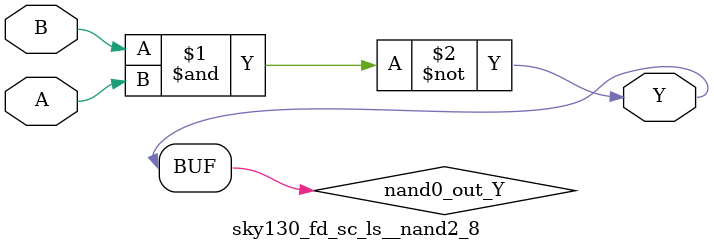
<source format=v>
/*
 * Copyright 2020 The SkyWater PDK Authors
 *
 * Licensed under the Apache License, Version 2.0 (the "License");
 * you may not use this file except in compliance with the License.
 * You may obtain a copy of the License at
 *
 *     https://www.apache.org/licenses/LICENSE-2.0
 *
 * Unless required by applicable law or agreed to in writing, software
 * distributed under the License is distributed on an "AS IS" BASIS,
 * WITHOUT WARRANTIES OR CONDITIONS OF ANY KIND, either express or implied.
 * See the License for the specific language governing permissions and
 * limitations under the License.
 *
 * SPDX-License-Identifier: Apache-2.0
*/


`ifndef SKY130_FD_SC_LS__NAND2_8_FUNCTIONAL_V
`define SKY130_FD_SC_LS__NAND2_8_FUNCTIONAL_V

/**
 * nand2: 2-input NAND.
 *
 * Verilog simulation functional model.
 */

`timescale 1ns / 1ps
`default_nettype none

`celldefine
module sky130_fd_sc_ls__nand2_8 (
    Y,
    A,
    B
);

    // Module ports
    output Y;
    input  A;
    input  B;

    // Local signals
    wire nand0_out_Y;

    //   Name   Output       Other arguments
    nand nand0 (nand0_out_Y, B, A           );
    buf  buf0  (Y          , nand0_out_Y    );

endmodule
`endcelldefine

`default_nettype wire
`endif  // SKY130_FD_SC_LS__NAND2_8_FUNCTIONAL_V

</source>
